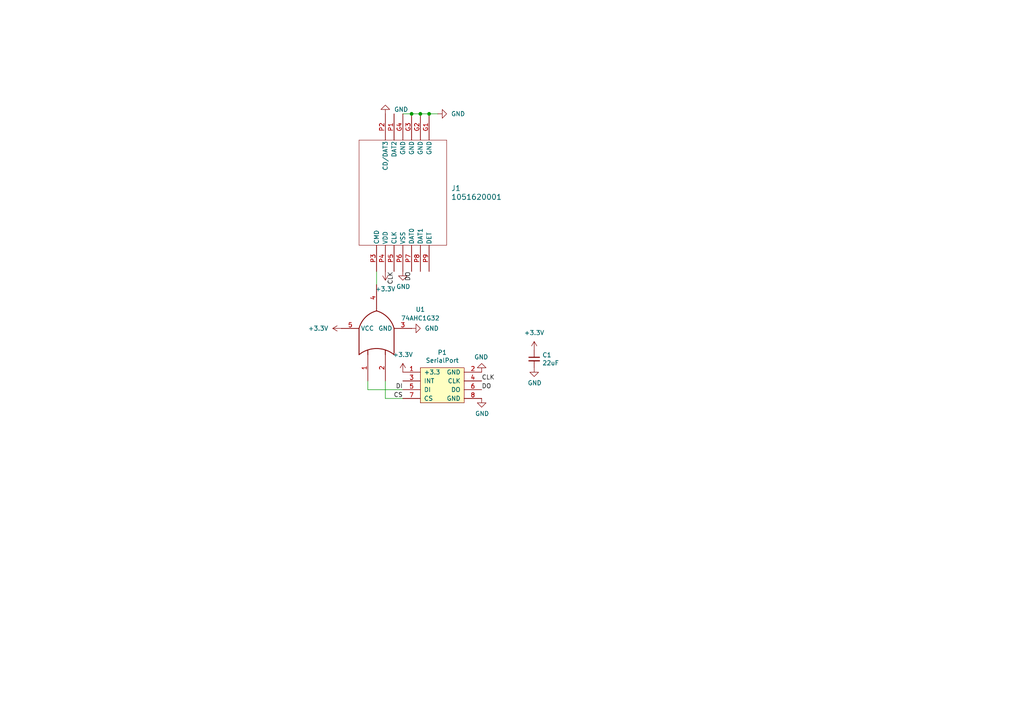
<source format=kicad_sch>
(kicad_sch (version 20231120) (generator "eeschema") (generator_version "8.0")
  (paper "A4")
  (lib_symbols
    (symbol "74xGxx:74AHC1G32"
      (property "Reference" "U" (at -2.54 3.81 0))
      (property "Value" "74AHC1G32" (at 0 -3.81 0))
      (symbol "74AHC1G32_0_1"
        (arc (start -7.62 -5.08) (mid -5.838 0) (end -7.62 5.08) (stroke (width 0.254)))
        (arc (start 0 -5.08) (mid 3.1986 -3.2054) (end 5.08 0) (stroke (width 0.254)))
        (polyline (pts (xy -7.62 -2.54) (xy -6.35 -2.54)) (stroke (width 0.254)) (fill (type background)))
        (polyline (pts (xy -7.62 2.54) (xy -6.35 2.54)) (stroke (width 0.254)) (fill (type background)))
        (polyline (pts (xy 0 -5.08) (xy -7.62 -5.08)) (stroke (width 0.254)) (fill (type background)))
        (polyline (pts (xy 0 5.08) (xy -7.62 5.08)) (stroke (width 0.254)) (fill (type background)))
        (arc (start 5.08 0) (mid 3.2238 3.2304) (end 0 5.08) (stroke (width 0.254)))
      )
      (symbol "74AHC1G32_1_1"
        (pin input line (at -15.24 2.54 0) (length 7.62) (name "~") (number "1"))
        (pin input line (at -15.24 -2.54 0) (length 7.62) (name "~") (number "2"))
        (pin power_in line (at 0 -10.16 90) (length 5.08) (name "GND") (number "3"))
        (pin output line (at 12.7 0 180) (length 7.62) (name "~") (number "4"))
        (pin power_in line (at 0 10.16 270) (length 5.08) (name "VCC") (number "5"))
      )
    )
    (symbol "Device:C_Small" (pin_numbers hide) (pin_names (offset 0.254) hide)
      (property "Reference" "C" (at 0.254 1.778 0))
      (property "Value" "C_Small" (at 0.254 -2.032 0))
      (symbol "C_Small_0_1"
        (polyline (pts (xy -1.524 -0.508) (xy 1.524 -0.508)) (stroke (width 0.3302)))
        (polyline (pts (xy -1.524 0.508) (xy 1.524 0.508)) (stroke (width 0.3048)))
      )
      (symbol "C_Small_1_1"
        (pin passive line (at 0 2.54 270) (length 2.032) (name "~") (number "1"))
        (pin passive line (at 0 -2.54 90) (length 2.032) (name "~") (number "2"))
      )
    )
    (symbol "gc_sp2-rescue:1051620001" (pin_names (offset 0.254))
      (property "Reference" "J" (at 22.86 10.16 0))
      (property "Value" "1051620001" (at 22.86 7.62 0))
      (symbol "1051620001_0_1"
        (polyline (pts (xy 7.62 -20.32) (xy 38.1 -20.32)) (stroke (width 0.127)))
        (polyline (pts (xy 7.62 5.08) (xy 7.62 -20.32)) (stroke (width 0.127)))
        (polyline (pts (xy 38.1 -20.32) (xy 38.1 5.08)) (stroke (width 0.127)))
        (polyline (pts (xy 38.1 5.08) (xy 7.62 5.08)) (stroke (width 0.127)))
        (pin power_out line (at 0 0 0) (length 7.62) (name "GND") (number "G1"))
        (pin power_out line (at 0 -2.54 0) (length 7.62) (name "GND") (number "G2"))
        (pin power_out line (at 0 -5.08 0) (length 7.62) (name "GND") (number "G3"))
        (pin power_out line (at 0 -7.62 0) (length 7.62) (name "GND") (number "G4"))
        (pin bidirectional line (at 0 -10.16 0) (length 7.62) (name "DAT2") (number "P1"))
        (pin unspecified line (at 0 -12.7 0) (length 7.62) (name "CD/DAT3") (number "P2"))
        (pin unspecified line (at 45.72 -15.24 180) (length 7.62) (name "CMD") (number "P3"))
        (pin power_in line (at 45.72 -12.7 180) (length 7.62) (name "VDD") (number "P4"))
        (pin unspecified line (at 45.72 -10.16 180) (length 7.62) (name "CLK") (number "P5"))
        (pin power_out line (at 45.72 -7.62 180) (length 7.62) (name "VSS") (number "P6"))
        (pin bidirectional line (at 45.72 -5.08 180) (length 7.62) (name "DAT0") (number "P7"))
        (pin bidirectional line (at 45.72 -2.54 180) (length 7.62) (name "DAT1") (number "P8"))
        (pin unspecified line (at 45.72 0 180) (length 7.62) (name "DET") (number "P9"))
      )
    )
    (symbol "gc_sp2-rescue:GND-power" (power) (pin_names (offset 0))
      (property "Value" "power_GND" (at 0 -3.81 0))
      (symbol "GND-power_0_1"
        (polyline (pts (xy 0 0) (xy 0 -1.27) (xy 1.27 -1.27) (xy 0 -2.54) (xy -1.27 -1.27) (xy 0 -1.27)))
      )
      (symbol "GND-power_1_1"
        (pin power_in line (at 0 0 270) (length 0) hide (name "GND") (number "1"))
      )
    )
    (symbol "gc_sp2:SerialPort" (pin_names (offset 1.016))
      (property "Reference" "P1" (at 0 6.985 0))
      (property "Value" "SerialPort" (at 0 4.6736 0))
      (symbol "SerialPort_0_1"
        (rectangle (start -6.35 2.54) (end 6.35 -7.62) (fill (type background)))
      )
      (symbol "SerialPort_1_1"
        (pin bidirectional line (at -11.43 1.27 0) (length 5.08) (name "+3.3") (number "1"))
        (pin bidirectional line (at 11.43 1.27 180) (length 5.08) (name "GND") (number "2"))
        (pin bidirectional line (at -11.43 -1.27 0) (length 5.08) (name "INT") (number "3"))
        (pin bidirectional line (at 11.43 -1.27 180) (length 5.08) (name "CLK") (number "4"))
        (pin bidirectional line (at -11.43 -3.81 0) (length 5.08) (name "DI") (number "5"))
        (pin bidirectional line (at 11.43 -3.81 180) (length 5.08) (name "DO") (number "6"))
        (pin bidirectional line (at -11.43 -6.35 0) (length 5.08) (name "CS") (number "7"))
        (pin bidirectional line (at 11.43 -6.35 180) (length 5.08) (name "GND") (number "8"))
      )
    )
    (symbol "power:+3.3V" (power) (pin_numbers hide) (pin_names (offset 0) hide)
      (property "Value" "+3.3V" (at 0 3.556 0))
      (symbol "+3.3V_0_1"
        (polyline (pts (xy -0.762 1.27) (xy 0 2.54)))
        (polyline (pts (xy 0 0) (xy 0 2.54)))
        (polyline (pts (xy 0 2.54) (xy 0.762 1.27)))
      )
      (symbol "+3.3V_1_1"
        (pin power_in line (at 0 0 90) (length 0) (name "~") (number "1"))
      )
    )
    (symbol "power:GND" (power) (pin_numbers hide) (pin_names (offset 0) hide)
      (property "Value" "GND" (at 0 -3.81 0))
      (symbol "GND_0_1"
        (polyline (pts (xy 0 0) (xy 0 -1.27) (xy 1.27 -1.27) (xy 0 -2.54) (xy -1.27 -1.27) (xy 0 -1.27)))
      )
      (symbol "GND_1_1"
        (pin power_in line (at 0 0 270) (length 0) (name "~") (number "1"))
      )
    )
  )
  (junction (at 121.92 33.02))
  (junction (at 119.38 33.02))
  (junction (at 124.46 33.02))
  (wire (pts (xy 124.46 33.02) (xy 127 33.02)))
  (wire (pts (xy 116.84 115.57) (xy 111.76 115.57)))
  (wire (pts (xy 121.92 33.02) (xy 124.46 33.02)))
  (wire (pts (xy 116.84 113.03) (xy 106.68 113.03)))
  (wire (pts (xy 109.22 78.74) (xy 109.22 82.55)))
  (wire (pts (xy 119.38 33.02) (xy 121.92 33.02)))
  (wire (pts (xy 106.68 113.03) (xy 106.68 110.49)))
  (wire (pts (xy 116.84 33.02) (xy 119.38 33.02)))
  (wire (pts (xy 111.76 115.57) (xy 111.76 110.49)))
  (label "CS" (at 116.84 115.57 180))
  (label "DO" (at 139.7 113.03 0))
  (label "CLK" (at 139.7 110.49 0))
  (label "CLK" (at 114.3 78.74 270))
  (label "DI" (at 116.84 113.03 180))
  (label "DO" (at 119.38 78.74 270))
  (symbol (lib_id "gc_sp2:SerialPort") (at 128.27 109.22 0) (unit 1)
    (property "Reference" "P1" (at 128.27 102.235 0))
    (property "Value" "SerialPort" (at 128.27 104.5464 0))
    (property "Footprint" "gc_sp2:SP2_FootPrint" (effects (hide yes)))
  )
  (symbol (lib_id "gc_sp2-rescue:GND-power") (at 139.7 115.57 0) (unit 1)
    (property "Reference" "#PWR0101" (effects (hide yes)))
    (property "Value" "GND" (at 139.827 119.9642 0))
  )
  (symbol (lib_id "gc_sp2-rescue:GND-power") (at 116.84 78.74 0) (unit 1)
    (property "Reference" "#PWR0103" (effects (hide yes)))
    (property "Value" "GND" (at 116.967 83.1342 0))
  )
  (symbol (lib_id "gc_sp2-rescue:GND-power") (at 139.7 107.95 180) (unit 1)
    (property "Reference" "#PWR0104" (effects (hide yes)))
    (property "Value" "GND" (at 139.573 103.5558 0))
  )
  (symbol (lib_id "Device:C_Small") (at 154.94 104.14 0) (unit 1)
    (property "Reference" "C1" (at 157.2768 102.9716 0) (effects (justify left)))
    (property "Value" "22uF" (at 157.2768 105.283 0) (effects (justify left)))
    (property "Footprint" "Capacitors_SMD:C_0805_HandSoldering" (effects (hide yes)))
  )
  (symbol (lib_id "gc_sp2-rescue:GND-power") (at 154.94 106.68 0) (unit 1)
    (property "Reference" "#PWR0105" (effects (hide yes)))
    (property "Value" "GND" (at 155.067 111.0742 0))
  )
  (symbol (lib_id "power:+3.3V") (at 116.84 107.95 0) (unit 1)
    (property "Reference" "#PWR06" (effects (hide yes)))
    (property "Value" "+3.3V" (at 116.84 102.87 0))
    (property "Description" "Power symbol creates a global label with name \"+3.3V\"" (effects (hide yes)))
  )
  (symbol (lib_id "power:+3.3V") (at 154.94 101.6 0) (unit 1)
    (property "Reference" "#PWR04" (effects (hide yes)))
    (property "Value" "+3.3V" (at 154.94 96.52 0))
    (property "Description" "Power symbol creates a global label with name \"+3.3V\"" (effects (hide yes)))
  )
  (symbol (lib_id "power:+3.3V") (at 99.06 95.25 90) (unit 1)
    (property "Reference" "#PWR05" (effects (hide yes)))
    (property "Value" "+3.3V" (at 95.25 95.2499 90) (effects (justify left)))
    (property "Description" "Power symbol creates a global label with name \"+3.3V\"" (effects (hide yes)))
  )
  (symbol (lib_id "power:GND") (at 111.76 33.02 180) (unit 1)
    (property "Reference" "#PWR01" (effects (hide yes)))
    (property "Value" "GND" (at 114.3 31.7499 0) (effects (justify right)))
    (property "Description" "Power symbol creates a global label with name \"GND\" , ground" (effects (hide yes)))
  )
  (symbol (lib_id "74xGxx:74AHC1G32") (at 109.22 95.25 90) (unit 1)
    (property "Reference" "U1" (at 121.92 89.7538 90))
    (property "Value" "74AHC1G32" (at 121.92 92.2938 90))
    (property "Footprint" "Package_TO_SOT_SMD:SC-74A-5_1.55x2.9mm_P0.95mm" (effects (hide yes)))
    (property "Datasheet" "http://www.ti.com/lit/sg/scyt129e/scyt129e.pdf" (effects (hide yes)))
    (property "Description" "Single OR Gate, Low-Voltage CMOS" (effects (hide yes)))
  )
  (symbol (lib_id "power:+3.3V") (at 111.76 78.74 0) (mirror x) (unit 1)
    (property "Reference" "#PWR03" (effects (hide yes)))
    (property "Value" "+3.3V" (at 111.76 83.82 0))
    (property "Description" "Power symbol creates a global label with name \"+3.3V\"" (effects (hide yes)))
  )
  (symbol (lib_id "gc_sp2-rescue:1051620001") (at 124.46 33.02 270) (unit 1)
    (property "Reference" "J1" (at 130.81 54.6099 90) (effects (font (size 1.524 1.524)) (justify left)))
    (property "Value" "1051620001" (at 130.81 57.1499 90) (effects (font (size 1.524 1.524)) (justify left)))
    (property "Footprint" "105162-0001_MOL" (effects (hide yes)))
    (property "Datasheet" "1051620001" (effects (hide yes)))
  )
  (symbol (lib_id "power:GND") (at 119.38 95.25 90) (unit 1)
    (property "Reference" "#PWR02" (effects (hide yes)))
    (property "Value" "GND" (at 123.19 95.2499 90) (effects (justify right)))
    (property "Description" "Power symbol creates a global label with name \"GND\" , ground" (effects (hide yes)))
  )
  (symbol (lib_id "power:GND") (at 127 33.02 90) (unit 1)
    (property "Reference" "#PWR07" (effects (hide yes)))
    (property "Value" "GND" (at 130.81 33.0199 90) (effects (justify right)))
    (property "Description" "Power symbol creates a global label with name \"GND\" , ground" (effects (hide yes)))
  )
)
</source>
